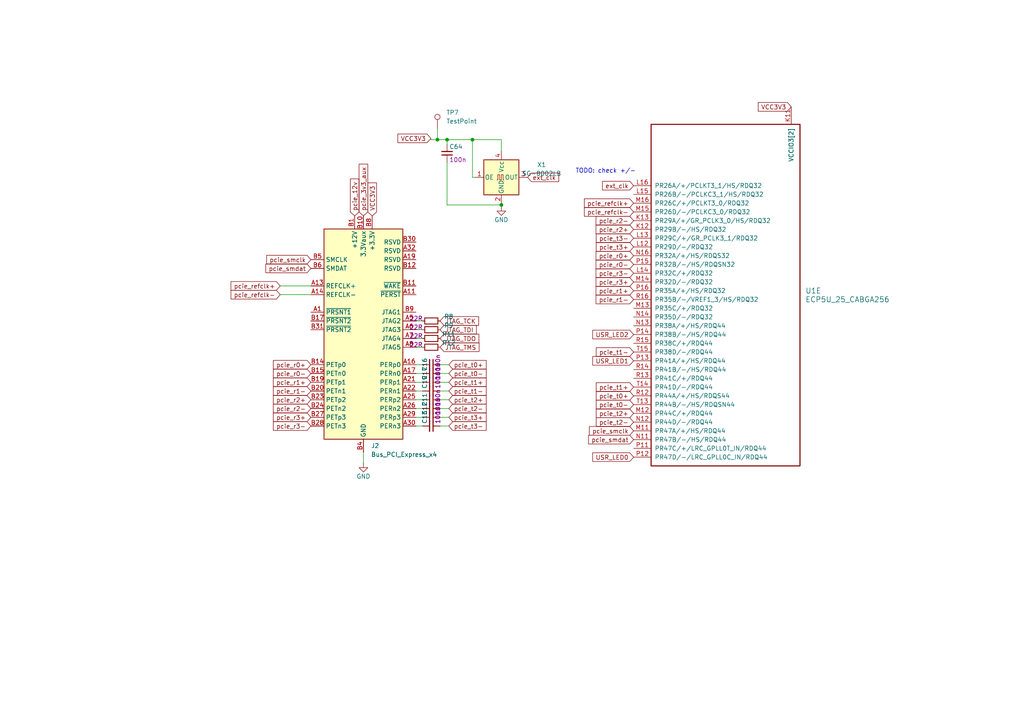
<source format=kicad_sch>
(kicad_sch (version 20230121) (generator eeschema)
  (paper "A4")
  (lib_symbols
    (symbol "Connector:Bus_PCI_Express_x4"
      (property "Reference" "J" (at -8.89 33.02 0))
      (property "Value" "Bus_PCI_Express_x4" (at 12.7 33.02 0))
      (symbol "Bus_PCI_Express_x4_0_1"
        (rectangle (start -11.43 31.75) (end 11.43 -29.21) (stroke (width 0.254)) (fill (type background)))
      )
      (symbol "Bus_PCI_Express_x4_1_1"
        (pin passive line (at -15.24 7.62 0) (length 3.81) (name "~{PRSNT1}") (number "A1"))
        (pin passive line (at 2.54 35.56 270) (length 3.81) hide (name "+3.3V") (number "A10"))
        (pin input line (at 15.24 12.7 180) (length 3.81) (name "~{PERST}") (number "A11"))
        (pin passive line (at 0 -33.02 90) (length 3.81) hide (name "GND") (number "A12"))
        (pin input line (at -15.24 15.24 0) (length 3.81) (name "REFCLK+") (number "A13"))
        (pin input line (at -15.24 12.7 0) (length 3.81) (name "REFCLK-") (number "A14"))
        (pin passive line (at 0 -33.02 90) (length 3.81) hide (name "GND") (number "A15"))
        (pin output line (at 15.24 -7.62 180) (length 3.81) (name "PERp0") (number "A16"))
        (pin output line (at 15.24 -10.16 180) (length 3.81) (name "PERn0") (number "A17"))
        (pin passive line (at 0 -33.02 90) (length 3.81) hide (name "GND") (number "A18"))
        (pin passive line (at 15.24 22.86 180) (length 3.81) (name "RSVD") (number "A19"))
        (pin passive line (at -2.54 35.56 270) (length 3.81) hide (name "+12V") (number "A2"))
        (pin passive line (at 0 -33.02 90) (length 3.81) hide (name "GND") (number "A20"))
        (pin output line (at 15.24 -12.7 180) (length 3.81) (name "PERp1") (number "A21"))
        (pin output line (at 15.24 -15.24 180) (length 3.81) (name "PERn1") (number "A22"))
        (pin passive line (at 0 -33.02 90) (length 3.81) hide (name "GND") (number "A23"))
        (pin passive line (at 0 -33.02 90) (length 3.81) hide (name "GND") (number "A24"))
        (pin output line (at 15.24 -17.78 180) (length 3.81) (name "PERp2") (number "A25"))
        (pin output line (at 15.24 -20.32 180) (length 3.81) (name "PERn2") (number "A26"))
        (pin passive line (at 0 -33.02 90) (length 3.81) hide (name "GND") (number "A27"))
        (pin passive line (at 0 -33.02 90) (length 3.81) hide (name "GND") (number "A28"))
        (pin output line (at 15.24 -22.86 180) (length 3.81) (name "PERp3") (number "A29"))
        (pin passive line (at -2.54 35.56 270) (length 3.81) hide (name "+12V") (number "A3"))
        (pin output line (at 15.24 -25.4 180) (length 3.81) (name "PERn3") (number "A30"))
        (pin passive line (at 0 -33.02 90) (length 3.81) hide (name "GND") (number "A31"))
        (pin passive line (at 15.24 25.4 180) (length 3.81) (name "RSVD") (number "A32"))
        (pin passive line (at 0 -33.02 90) (length 3.81) hide (name "GND") (number "A4"))
        (pin input line (at 15.24 5.08 180) (length 3.81) (name "JTAG2") (number "A5"))
        (pin input line (at 15.24 2.54 180) (length 3.81) (name "JTAG3") (number "A6"))
        (pin output line (at 15.24 0 180) (length 3.81) (name "JTAG4") (number "A7"))
        (pin input line (at 15.24 -2.54 180) (length 3.81) (name "JTAG5") (number "A8"))
        (pin passive line (at 2.54 35.56 270) (length 3.81) hide (name "+3.3V") (number "A9"))
        (pin power_in line (at -2.54 35.56 270) (length 3.81) (name "+12V") (number "B1"))
        (pin power_in line (at 0 35.56 270) (length 3.81) (name "3.3Vaux") (number "B10"))
        (pin open_collector line (at 15.24 15.24 180) (length 3.81) (name "~{WAKE}") (number "B11"))
        (pin passive line (at 15.24 20.32 180) (length 3.81) (name "RSVD") (number "B12"))
        (pin passive line (at 0 -33.02 90) (length 3.81) hide (name "GND") (number "B13"))
        (pin input line (at -15.24 -7.62 0) (length 3.81) (name "PETp0") (number "B14"))
        (pin input line (at -15.24 -10.16 0) (length 3.81) (name "PETn0") (number "B15"))
        (pin passive line (at 0 -33.02 90) (length 3.81) hide (name "GND") (number "B16"))
        (pin passive line (at -15.24 5.08 0) (length 3.81) (name "~{PRSNT2}") (number "B17"))
        (pin passive line (at 0 -33.02 90) (length 3.81) hide (name "GND") (number "B18"))
        (pin input line (at -15.24 -12.7 0) (length 3.81) (name "PETp1") (number "B19"))
        (pin passive line (at -2.54 35.56 270) (length 3.81) hide (name "+12V") (number "B2"))
        (pin input line (at -15.24 -15.24 0) (length 3.81) (name "PETn1") (number "B20"))
        (pin passive line (at 0 -33.02 90) (length 3.81) hide (name "GND") (number "B21"))
        (pin passive line (at 0 -33.02 90) (length 3.81) hide (name "GND") (number "B22"))
        (pin input line (at -15.24 -17.78 0) (length 3.81) (name "PETp2") (number "B23"))
        (pin input line (at -15.24 -20.32 0) (length 3.81) (name "PETn2") (number "B24"))
        (pin passive line (at 0 -33.02 90) (length 3.81) hide (name "GND") (number "B25"))
        (pin passive line (at 0 -33.02 90) (length 3.81) hide (name "GND") (number "B26"))
        (pin input line (at -15.24 -22.86 0) (length 3.81) (name "PETp3") (number "B27"))
        (pin input line (at -15.24 -25.4 0) (length 3.81) (name "PETn3") (number "B28"))
        (pin passive line (at 0 -33.02 90) (length 3.81) hide (name "GND") (number "B29"))
        (pin passive line (at -2.54 35.56 270) (length 3.81) hide (name "+12V") (number "B3"))
        (pin passive line (at 15.24 27.94 180) (length 3.81) (name "RSVD") (number "B30"))
        (pin passive line (at -15.24 2.54 0) (length 3.81) (name "~{PRSNT2}") (number "B31"))
        (pin passive line (at 0 -33.02 90) (length 3.81) hide (name "GND") (number "B32"))
        (pin power_in line (at 0 -33.02 90) (length 3.81) (name "GND") (number "B4"))
        (pin input line (at -15.24 22.86 0) (length 3.81) (name "SMCLK") (number "B5"))
        (pin bidirectional line (at -15.24 20.32 0) (length 3.81) (name "SMDAT") (number "B6"))
        (pin passive line (at 0 -33.02 90) (length 3.81) hide (name "GND") (number "B7"))
        (pin power_in line (at 2.54 35.56 270) (length 3.81) (name "+3.3V") (number "B8"))
        (pin input line (at 15.24 7.62 180) (length 3.81) (name "JTAG1") (number "B9"))
      )
    )
    (symbol "Connector:TestPoint" (pin_numbers hide) (pin_names (offset 0.762) hide)
      (property "Reference" "TP" (at 0 6.858 0))
      (property "Value" "TestPoint" (at 0 5.08 0))
      (symbol "TestPoint_0_1"
        (circle (center 0 3.302) (radius 0.762))
      )
      (symbol "TestPoint_1_1"
        (pin passive line (at 0 0 90) (length 2.54) (name "1") (number "1"))
      )
    )
    (symbol "Oscillator:SG-8002LB" (pin_names (offset 0.254))
      (property "Reference" "X" (at -5.08 6.35 0))
      (property "Value" "SG-8002LB" (at 1.27 -6.35 0))
      (symbol "SG-8002LB_0_1"
        (rectangle (start -5.08 5.08) (end 5.08 -5.08) (stroke (width 0.254)) (fill (type background)))
        (polyline (pts (xy -1.27 -0.762) (xy -1.016 -0.762) (xy -1.016 0.762) (xy -0.508 0.762) (xy -0.508 -0.762) (xy 0 -0.762) (xy 0 0.762) (xy 0.508 0.762) (xy 0.508 -0.762) (xy 0.762 -0.762)))
      )
      (symbol "SG-8002LB_1_1"
        (pin input line (at -7.62 0 0) (length 2.54) (name "OE") (number "1"))
        (pin power_in line (at 0 -7.62 90) (length 2.54) (name "GND") (number "2"))
        (pin output line (at 7.62 0 180) (length 2.54) (name "OUT") (number "3"))
        (pin power_in line (at 0 7.62 270) (length 2.54) (name "Vcc") (number "4"))
      )
    )
    (symbol "R_22R_0402_2" (pin_numbers hide) (pin_names hide)
      (property "Reference" "R" (at 20.32 -5.08 0))
      (property "Val" "22R" (at 20.32 -7.62 0))
      (symbol "R_22R_0402_2_0_1"
        (rectangle (start 0.635 0.889) (end 4.445 -0.889) (stroke (width 0.254)))
      )
      (symbol "R_22R_0402_2_1_1"
        (pin passive line (at 0 0 0) (length 0.635) (name "~") (number "1"))
        (pin passive line (at 5.08 0 180) (length 0.635) (name "~") (number "2"))
      )
    )
    (symbol "R_22R_0402_3" (pin_numbers hide) (pin_names hide)
      (property "Reference" "R" (at 20.32 -5.08 0))
      (property "Val" "22R" (at 20.32 -7.62 0))
      (symbol "R_22R_0402_3_0_1"
        (rectangle (start 0.635 0.889) (end 4.445 -0.889) (stroke (width 0.254)))
      )
      (symbol "R_22R_0402_3_1_1"
        (pin passive line (at 0 0 0) (length 0.635) (name "~") (number "1"))
        (pin passive line (at 5.08 0 180) (length 0.635) (name "~") (number "2"))
      )
    )
    (symbol "R_22R_0402_4" (pin_numbers hide) (pin_names hide)
      (property "Reference" "R" (at 20.32 -5.08 0))
      (property "Val" "22R" (at 20.32 -7.62 0))
      (symbol "R_22R_0402_4_0_1"
        (rectangle (start 0.635 0.889) (end 4.445 -0.889) (stroke (width 0.254)))
      )
      (symbol "R_22R_0402_4_1_1"
        (pin passive line (at 0 0 0) (length 0.635) (name "~") (number "1"))
        (pin passive line (at 5.08 0 180) (length 0.635) (name "~") (number "2"))
      )
    )
    (symbol "R_22R_0402_5" (pin_numbers hide) (pin_names hide)
      (property "Reference" "R" (at 20.32 -5.08 0))
      (property "Val" "22R" (at 20.32 -7.62 0))
      (symbol "R_22R_0402_5_0_1"
        (rectangle (start 0.635 0.889) (end 4.445 -0.889) (stroke (width 0.254)))
      )
      (symbol "R_22R_0402_5_1_1"
        (pin passive line (at 0 0 0) (length 0.635) (name "~") (number "1"))
        (pin passive line (at 5.08 0 180) (length 0.635) (name "~") (number "2"))
      )
    )
    (symbol "antmicroCapacitorsmisc:C_100n_6V3_0402" (pin_numbers hide) (pin_names hide)
      (property "Reference" "C" (at 20.32 -5.08 0))
      (property "Val" "100n" (at 20.32 -7.62 0))
      (symbol "C_100n_6V3_0402_0_1"
        (polyline (pts (xy 2.032 -1.524) (xy 2.032 1.524)) (stroke (width 0.3048)))
        (polyline (pts (xy 3.048 -1.524) (xy 3.048 1.524)) (stroke (width 0.3302)))
      )
      (symbol "C_100n_6V3_0402_1_1"
        (pin passive line (at 0 0 0) (length 2.032) (name "~") (number "1"))
        (pin passive line (at 5.08 0 180) (length 2.032) (name "~") (number "2"))
      )
    )
    (symbol "antmicropower:GND" (power) (pin_numbers hide) (pin_names hide)
      (property "Value" "GND" (at 8.89 -5.08 0))
      (symbol "GND_1_1"
        (polyline (pts (xy 0 0) (xy 0 -1.27) (xy 1.27 -1.27) (xy 0 -2.54) (xy -1.27 -1.27) (xy 0 -1.27)))
        (pin power_in line (at 0 0 270) (length 0) (name "GND") (number "1"))
      )
    )
    (symbol "nf_ecp5:ECP5U_25_CABGA256" (pin_names (offset 1.016))
      (property "Reference" "U" (at 3.81 6.35 0))
      (property "Value" "ECP5U_25_CABGA256" (at 3.81 3.81 0))
      (symbol "ECP5U_25_CABGA256_1_1"
        (rectangle (start 5.08 17.78) (end 12.7 -10.16) (stroke (width 0.3048)))
        (pin power_in line (at 7.62 -15.24 90) (length 5.08) (name "GND[27]") (number "A1"))
        (pin power_in line (at 7.62 -15.24 90) (length 5.08) (name "GND[27]") (number "A16"))
        (pin power_in line (at 7.62 -15.24 90) (length 5.08) (name "GND[27]") (number "D15"))
        (pin power_in line (at 7.62 -15.24 90) (length 5.08) (name "GND[27]") (number "D2"))
        (pin power_in line (at 7.62 -15.24 90) (length 5.08) (name "GND[27]") (number "F8"))
        (pin power_in line (at 7.62 -15.24 90) (length 5.08) (name "GND[27]") (number "F9"))
        (pin power_in line (at 7.62 -15.24 90) (length 5.08) (name "GND[27]") (number "G10"))
        (pin power_in line (at 7.62 22.86 270) (length 5.08) (name "VCCAUX[2]") (number "G11"))
        (pin power_in line (at 10.16 22.86 270) (length 5.08) (name "VCC[6]") (number "G6"))
        (pin power_in line (at 10.16 22.86 270) (length 5.08) (name "VCC[6]") (number "G7"))
        (pin power_in line (at 7.62 -15.24 90) (length 5.08) (name "GND[27]") (number "G8"))
        (pin power_in line (at 10.16 22.86 270) (length 5.08) (name "VCC[6]") (number "G9"))
        (pin power_in line (at 7.62 -15.24 90) (length 5.08) (name "GND[27]") (number "H1"))
        (pin power_in line (at 7.62 -15.24 90) (length 5.08) (name "GND[27]") (number "H10"))
        (pin power_in line (at 7.62 -15.24 90) (length 5.08) (name "GND[27]") (number "H16"))
        (pin power_in line (at 7.62 -15.24 90) (length 5.08) (name "GND[27]") (number "H8"))
        (pin power_in line (at 7.62 -15.24 90) (length 5.08) (name "GND[27]") (number "H9"))
        (pin power_in line (at 7.62 -15.24 90) (length 5.08) (name "GND[27]") (number "J10"))
        (pin power_in line (at 7.62 -15.24 90) (length 5.08) (name "GND[27]") (number "J8"))
        (pin power_in line (at 7.62 -15.24 90) (length 5.08) (name "GND[27]") (number "J9"))
        (pin power_in line (at 7.62 -15.24 90) (length 5.08) (name "GND[27]") (number "K10"))
        (pin power_in line (at 7.62 -15.24 90) (length 5.08) (name "GND[27]") (number "K6"))
        (pin power_in line (at 7.62 -15.24 90) (length 5.08) (name "GND[27]") (number "K7"))
        (pin power_in line (at 7.62 -15.24 90) (length 5.08) (name "GND[27]") (number "K8"))
        (pin power_in line (at 7.62 -15.24 90) (length 5.08) (name "GND[27]") (number "K9"))
        (pin power_in line (at 10.16 22.86 270) (length 5.08) (name "VCC[6]") (number "L10"))
        (pin power_in line (at 7.62 22.86 270) (length 5.08) (name "VCCAUX[2]") (number "L7"))
        (pin power_in line (at 10.16 22.86 270) (length 5.08) (name "VCC[6]") (number "L8"))
        (pin power_in line (at 10.16 22.86 270) (length 5.08) (name "VCC[6]") (number "L9"))
        (pin power_in line (at 7.62 -15.24 90) (length 5.08) (name "GND[27]") (number "N15"))
        (pin power_in line (at 7.62 -15.24 90) (length 5.08) (name "GND[27]") (number "N2"))
        (pin power_in line (at 7.62 -15.24 90) (length 5.08) (name "GND[27]") (number "T1"))
        (pin power_in line (at 7.62 -15.24 90) (length 5.08) (name "GND[27]") (number "T12"))
        (pin power_in line (at 7.62 -15.24 90) (length 5.08) (name "GND[27]") (number "T16"))
        (pin power_in line (at 7.62 -15.24 90) (length 5.08) (name "GND[27]") (number "T5"))
      )
      (symbol "ECP5U_25_CABGA256_2_1"
        (rectangle (start 5.08 17.78) (end 35.56 -60.96) (stroke (width 0.3048)))
        (pin bidirectional line (at 0 0 0) (length 5.08) (name "PT4A/+") (number "A2"))
        (pin bidirectional line (at 0 -5.08 0) (length 5.08) (name "PT6A/+") (number "A3"))
        (pin bidirectional line (at 0 -7.62 0) (length 5.08) (name "PT6B/-") (number "A4"))
        (pin bidirectional line (at 0 -30.48 0) (length 5.08) (name "PT18A/+") (number "A5"))
        (pin bidirectional line (at 0 -33.02 0) (length 5.08) (name "PT18B/-") (number "A6"))
        (pin bidirectional line (at 0 -55.88 0) (length 5.08) (name "PT29A/+/PCLKT0_0") (number "A7"))
        (pin bidirectional line (at 0 -58.42 0) (length 5.08) (name "PT29B/-/PCLKC0_0") (number "A8"))
        (pin bidirectional line (at 0 -2.54 0) (length 5.08) (name "PT4B/-") (number "B3"))
        (pin bidirectional line (at 0 -17.78 0) (length 5.08) (name "PT11B/-") (number "B4"))
        (pin bidirectional line (at 0 -27.94 0) (length 5.08) (name "PT15B/-") (number "B5"))
        (pin bidirectional line (at 0 -43.18 0) (length 5.08) (name "PT22B/-") (number "B6"))
        (pin bidirectional line (at 0 -53.34 0) (length 5.08) (name "PT27B/-/PCLKC0_1") (number "B7"))
        (pin bidirectional line (at 0 -15.24 0) (length 5.08) (name "PT11A/+") (number "C4"))
        (pin bidirectional line (at 0 -25.4 0) (length 5.08) (name "PT15A/+") (number "C5"))
        (pin bidirectional line (at 0 -40.64 0) (length 5.08) (name "PT22A/+") (number "C6"))
        (pin bidirectional line (at 0 -50.8 0) (length 5.08) (name "PT27A/+/PCLKT0_1") (number "C7"))
        (pin bidirectional line (at 0 -12.7 0) (length 5.08) (name "PT9B/-") (number "D4"))
        (pin bidirectional line (at 0 -22.86 0) (length 5.08) (name "PT13B/-") (number "D5"))
        (pin bidirectional line (at 0 -38.1 0) (length 5.08) (name "PT20B/-") (number "D6"))
        (pin bidirectional line (at 0 -48.26 0) (length 5.08) (name "PT24B/-/GR_PCLK0_0") (number "D7"))
        (pin bidirectional line (at 0 -10.16 0) (length 5.08) (name "PT9A/+") (number "E4"))
        (pin bidirectional line (at 0 -20.32 0) (length 5.08) (name "PT13A/+") (number "E5"))
        (pin bidirectional line (at 0 -35.56 0) (length 5.08) (name "PT20A/+") (number "E6"))
        (pin bidirectional line (at 0 -45.72 0) (length 5.08) (name "PT24A/+/GR_PCLK0_1") (number "E7"))
        (pin power_in line (at 33.02 22.86 270) (length 5.08) (name "VCCIO0[2]") (number "F6"))
        (pin power_in line (at 33.02 22.86 270) (length 5.08) (name "VCCIO0[2]") (number "F7"))
      )
      (symbol "ECP5U_25_CABGA256_3_1"
        (rectangle (start 5.08 17.78) (end 35.56 -81.28) (stroke (width 0.3048)))
        (pin bidirectional line (at 0 -22.86 0) (length 5.08) (name "PT42B/-") (number "A10"))
        (pin bidirectional line (at 0 -45.72 0) (length 5.08) (name "PT53A/+") (number "A11"))
        (pin bidirectional line (at 0 -48.26 0) (length 5.08) (name "PT53B/-") (number "A12"))
        (pin bidirectional line (at 0 -71.12 0) (length 5.08) (name "PT65A/+") (number "A13"))
        (pin bidirectional line (at 0 -73.66 0) (length 5.08) (name "PT65B/-") (number "A14"))
        (pin bidirectional line (at 0 -78.74 0) (length 5.08) (name "PT67B/-") (number "A15"))
        (pin bidirectional line (at 0 -20.32 0) (length 5.08) (name "PT42A/+") (number "A9"))
        (pin bidirectional line (at 0 -25.4 0) (length 5.08) (name "PT44A/+") (number "B10"))
        (pin bidirectional line (at 0 -35.56 0) (length 5.08) (name "PT49A/+") (number "B11"))
        (pin bidirectional line (at 0 -50.8 0) (length 5.08) (name "PT56A/+") (number "B12"))
        (pin bidirectional line (at 0 -60.96 0) (length 5.08) (name "PT60A/+") (number "B13"))
        (pin bidirectional line (at 0 -76.2 0) (length 5.08) (name "PT67A/+") (number "B14"))
        (pin bidirectional line (at 0 -7.62 0) (length 5.08) (name "PT35B/-/PCLKC1_0") (number "B8"))
        (pin bidirectional line (at 0 -10.16 0) (length 5.08) (name "PT38A/+/GR_PCLK1_0") (number "B9"))
        (pin bidirectional line (at 0 -27.94 0) (length 5.08) (name "PT44B/-") (number "C10"))
        (pin bidirectional line (at 0 -38.1 0) (length 5.08) (name "PT49B/-") (number "C11"))
        (pin bidirectional line (at 0 -53.34 0) (length 5.08) (name "PT56B/-") (number "C12"))
        (pin bidirectional line (at 0 -63.5 0) (length 5.08) (name "PT60B/-") (number "C13"))
        (pin bidirectional line (at 0 -5.08 0) (length 5.08) (name "PT35A/+/PCLKT1_0") (number "C8"))
        (pin bidirectional line (at 0 -12.7 0) (length 5.08) (name "PT38B/-/GR_PCLK1_1") (number "C9"))
        (pin bidirectional line (at 0 -30.48 0) (length 5.08) (name "PT47A/+") (number "D10"))
        (pin bidirectional line (at 0 -40.64 0) (length 5.08) (name "PT51A/+") (number "D11"))
        (pin bidirectional line (at 0 -55.88 0) (length 5.08) (name "PT58A/+") (number "D12"))
        (pin bidirectional line (at 0 -66.04 0) (length 5.08) (name "PT62A/+") (number "D13"))
        (pin bidirectional line (at 0 -2.54 0) (length 5.08) (name "PT33B/-/PCLKC1_1") (number "D8"))
        (pin bidirectional line (at 0 -15.24 0) (length 5.08) (name "PT40A/+") (number "D9"))
        (pin bidirectional line (at 0 -33.02 0) (length 5.08) (name "PT47B/-") (number "E10"))
        (pin bidirectional line (at 0 -43.18 0) (length 5.08) (name "PT51B/-") (number "E11"))
        (pin bidirectional line (at 0 -58.42 0) (length 5.08) (name "PT58B/-") (number "E12"))
        (pin bidirectional line (at 0 -68.58 0) (length 5.08) (name "PT62B/-") (number "E13"))
        (pin bidirectional line (at 0 0 0) (length 5.08) (name "PT33A/+/PCLKT1_1") (number "E8"))
        (pin bidirectional line (at 0 -17.78 0) (length 5.08) (name "PT40B/-") (number "E9"))
        (pin power_in line (at 33.02 22.86 270) (length 5.08) (name "VCCIO1[2]") (number "F10"))
        (pin power_in line (at 33.02 22.86 270) (length 5.08) (name "VCCIO1[2]") (number "F11"))
      )
      (symbol "ECP5U_25_CABGA256_4_1"
        (rectangle (start 5.08 17.78) (end 48.26 -81.28) (stroke (width 0.3048)))
        (pin bidirectional line (at 0 -2.54 0) (length 5.08) (name "PR2B/-/S0_IN/HS/RDQ8") (number "B15"))
        (pin bidirectional line (at 0 0 0) (length 5.08) (name "PR2A/+/HS/RDQ8") (number "B16"))
        (pin bidirectional line (at 0 -5.08 0) (length 5.08) (name "PR2C/+/RDQ8") (number "C14"))
        (pin bidirectional line (at 0 -12.7 0) (length 5.08) (name "PR5B/-/HS/RDQ8") (number "C15"))
        (pin bidirectional line (at 0 -10.16 0) (length 5.08) (name "PR5A/+/HS/RDQ8") (number "C16"))
        (pin bidirectional line (at 0 -7.62 0) (length 5.08) (name "PR2D/-/RDQ8") (number "D14"))
        (pin bidirectional line (at 0 -20.32 0) (length 5.08) (name "PR8A/+/HS/RDQS8") (number "D16"))
        (pin bidirectional line (at 0 -15.24 0) (length 5.08) (name "PR5C/+/RDQ8") (number "E14"))
        (pin bidirectional line (at 0 -22.86 0) (length 5.08) (name "PR8B/-/HS/RDQSN8") (number "E15"))
        (pin bidirectional line (at 0 -38.1 0) (length 5.08) (name "PR11D/-/RDQ8") (number "E16"))
        (pin bidirectional line (at 0 -27.94 0) (length 5.08) (name "PR8D/-/RDQ8") (number "F12"))
        (pin bidirectional line (at 0 -25.4 0) (length 5.08) (name "PR8C/+/RDQ8") (number "F13"))
        (pin bidirectional line (at 0 -17.78 0) (length 5.08) (name "PR5D/-/RDQ8") (number "F14"))
        (pin bidirectional line (at 0 -35.56 0) (length 5.08) (name "PR11C/+/RDQ8") (number "F15"))
        (pin bidirectional line (at 0 -40.64 0) (length 5.08) (name "PR14A/+/HS/RDQ20") (number "F16"))
        (pin bidirectional line (at 0 -30.48 0) (length 5.08) (name "PR11A/+/HS/RDQ8") (number "G12"))
        (pin bidirectional line (at 0 -33.02 0) (length 5.08) (name "PR11B/-/HS/RDQ8") (number "G13"))
        (pin bidirectional line (at 0 -45.72 0) (length 5.08) (name "PR14C/+/VREF1_2/RDQ20") (number "G14"))
        (pin bidirectional line (at 0 -43.18 0) (length 5.08) (name "PR14B/-/HS/RDQ20") (number "G15"))
        (pin bidirectional line (at 0 -60.96 0) (length 5.08) (name "PR20A/+/GR_PCLK2_1/HS/RDQS20") (number "G16"))
        (pin power_in line (at 45.72 22.86 270) (length 5.08) (name "VCCIO2[2]") (number "H11"))
        (pin bidirectional line (at 0 -50.8 0) (length 5.08) (name "PR17A/+/HS/RDQ20") (number "H12"))
        (pin bidirectional line (at 0 -53.34 0) (length 5.08) (name "PR17B/-/HS/RDQ20") (number "H13"))
        (pin bidirectional line (at 0 -48.26 0) (length 5.08) (name "PR14D/-/RDQ20") (number "H14"))
        (pin bidirectional line (at 0 -63.5 0) (length 5.08) (name "PR20B/-/HS/RDQSN20") (number "H15"))
        (pin power_in line (at 45.72 22.86 270) (length 5.08) (name "VCCIO2[2]") (number "J11"))
        (pin bidirectional line (at 0 -58.42 0) (length 5.08) (name "PR17D/-/RDQ20") (number "J12"))
        (pin bidirectional line (at 0 -55.88 0) (length 5.08) (name "PR17C/+/RDQ20") (number "J13"))
        (pin bidirectional line (at 0 -66.04 0) (length 5.08) (name "PR20C/+/GR_PCLK2_0/RDQ20") (number "J14"))
        (pin bidirectional line (at 0 -73.66 0) (length 5.08) (name "PR23B/-/PCLKC2_1/HS/RDQ20") (number "J15"))
        (pin bidirectional line (at 0 -71.12 0) (length 5.08) (name "PR23A/+/PCLKT2_1/HS/RDQ20") (number "J16"))
        (pin bidirectional line (at 0 -68.58 0) (length 5.08) (name "PR20D/-/RDQ20") (number "K14"))
        (pin bidirectional line (at 0 -78.74 0) (length 5.08) (name "PR23D/-/PCLKC2_0/RDQ20") (number "K15"))
        (pin bidirectional line (at 0 -76.2 0) (length 5.08) (name "PR23C/+/PCLKT2_0/RDQ20") (number "K16"))
      )
      (symbol "ECP5U_25_CABGA256_5_1"
        (rectangle (start 5.08 17.78) (end 48.26 -81.28) (stroke (width 0.3048)))
        (pin power_in line (at 45.72 22.86 270) (length 5.08) (name "VCCIO3[2]") (number "K11"))
        (pin bidirectional line (at 0 -12.7 0) (length 5.08) (name "PR29B/-/HS/RDQ32") (number "K12"))
        (pin bidirectional line (at 0 -10.16 0) (length 5.08) (name "PR29A/+/GR_PCLK3_0/HS/RDQ32") (number "K13"))
        (pin power_in line (at 45.72 22.86 270) (length 5.08) (name "VCCIO3[2]") (number "L11"))
        (pin bidirectional line (at 0 -17.78 0) (length 5.08) (name "PR29D/-/RDQ32") (number "L12"))
        (pin bidirectional line (at 0 -15.24 0) (length 5.08) (name "PR29C/+/GR_PCLK3_1/RDQ32") (number "L13"))
        (pin bidirectional line (at 0 -25.4 0) (length 5.08) (name "PR32C/+/RDQ32") (number "L14"))
        (pin bidirectional line (at 0 -2.54 0) (length 5.08) (name "PR26B/-/PCLKC3_1/HS/RDQ32") (number "L15"))
        (pin bidirectional line (at 0 0 0) (length 5.08) (name "PR26A/+/PCLKT3_1/HS/RDQ32") (number "L16"))
        (pin bidirectional line (at 0 -71.12 0) (length 5.08) (name "PR47A/+/HS/RDQ44") (number "M11"))
        (pin bidirectional line (at 0 -66.04 0) (length 5.08) (name "PR44C/+/RDQ44") (number "M12"))
        (pin bidirectional line (at 0 -35.56 0) (length 5.08) (name "PR35C/+/RDQ32") (number "M13"))
        (pin bidirectional line (at 0 -27.94 0) (length 5.08) (name "PR32D/-/RDQ32") (number "M14"))
        (pin bidirectional line (at 0 -7.62 0) (length 5.08) (name "PR26D/-/PCLKC3_0/RDQ32") (number "M15"))
        (pin bidirectional line (at 0 -5.08 0) (length 5.08) (name "PR26C/+/PCLKT3_0/RDQ32") (number "M16"))
        (pin bidirectional line (at 0 -73.66 0) (length 5.08) (name "PR47B/-/HS/RDQ44") (number "N11"))
        (pin bidirectional line (at 0 -68.58 0) (length 5.08) (name "PR44D/-/RDQ44") (number "N12"))
        (pin bidirectional line (at 0 -40.64 0) (length 5.08) (name "PR38A/+/HS/RDQ44") (number "N13"))
        (pin bidirectional line (at 0 -38.1 0) (length 5.08) (name "PR35D/-/RDQ32") (number "N14"))
        (pin bidirectional line (at 0 -20.32 0) (length 5.08) (name "PR32A/+/HS/RDQS32") (number "N16"))
        (pin bidirectional line (at 0 -76.2 0) (length 5.08) (name "PR47C/+/LRC_GPLL0T_IN/RDQ44") (number "P11"))
        (pin bidirectional line (at 0 -78.74 0) (length 5.08) (name "PR47D/-/LRC_GPLL0C_IN/RDQ44") (number "P12"))
        (pin bidirectional line (at 0 -50.8 0) (length 5.08) (name "PR41A/+/HS/RDQ44") (number "P13"))
        (pin bidirectional line (at 0 -43.18 0) (length 5.08) (name "PR38B/-/HS/RDQ44") (number "P14"))
        (pin bidirectional line (at 0 -22.86 0) (length 5.08) (name "PR32B/-/HS/RDQSN32") (number "P15"))
        (pin bidirectional line (at 0 -30.48 0) (length 5.08) (name "PR35A/+/HS/RDQ32") (number "P16"))
        (pin bidirectional line (at 0 -60.96 0) (length 5.08) (name "PR44A/+/HS/RDQS44") (number "R12"))
        (pin bidirectional line (at 0 -55.88 0) (length 5.08) (name "PR41C/+/RDQ44") (number "R13"))
        (pin bidirectional line (at 0 -53.34 0) (length 5.08) (name "PR41B/-/HS/RDQ44") (number "R14"))
        (pin bidirectional line (at 0 -45.72 0) (length 5.08) (name "PR38C/+/RDQ44") (number "R15"))
        (pin bidirectional line (at 0 -33.02 0) (length 5.08) (name "PR35B/-/VREF1_3/HS/RDQ32") (number "R16"))
        (pin bidirectional line (at 0 -63.5 0) (length 5.08) (name "PR44B/-/HS/RDQSN44") (number "T13"))
        (pin bidirectional line (at 0 -58.42 0) (length 5.08) (name "PR41D/-/RDQ44") (number "T14"))
        (pin bidirectional line (at 0 -48.26 0) (length 5.08) (name "PR38D/-/RDQ44") (number "T15"))
      )
      (symbol "ECP5U_25_CABGA256_6_1"
        (rectangle (start 5.08 17.78) (end 48.26 -81.28) (stroke (width 0.3048)))
        (pin power_in line (at 45.72 22.86 270) (length 5.08) (name "VCCIO6[2]") (number "J6"))
        (pin power_in line (at 45.72 22.86 270) (length 5.08) (name "VCCIO6[2]") (number "J7"))
        (pin bidirectional line (at 0 -10.16 0) (length 5.08) (name "PL29A/+/GR_PCLK6_0/HS/LDQ32") (number "K4"))
        (pin bidirectional line (at 0 -12.7 0) (length 5.08) (name "PL29B/-/HS/LDQ32") (number "K5"))
        (pin bidirectional line (at 0 0 0) (length 5.08) (name "PL26A/+/PCLKT6_1/HS/LDQ32") (number "L1"))
        (pin bidirectional line (at 0 -2.54 0) (length 5.08) (name "PL26B/-/PCLKC6_1/HS/LDQ32") (number "L2"))
        (pin bidirectional line (at 0 -25.4 0) (length 5.08) (name "PL32C/+/LDQ32") (number "L3"))
        (pin bidirectional line (at 0 -15.24 0) (length 5.08) (name "PL29C/+/GR_PCLK6_1/LDQ32") (number "L4"))
        (pin bidirectional line (at 0 -17.78 0) (length 5.08) (name "PL29D/-/LDQ32") (number "L5"))
        (pin bidirectional line (at 0 -5.08 0) (length 5.08) (name "PL26C/+/PCLKT6_0/LDQ32") (number "M1"))
        (pin bidirectional line (at 0 -7.62 0) (length 5.08) (name "PL26D/-/PCLKC6_0/LDQ32") (number "M2"))
        (pin bidirectional line (at 0 -27.94 0) (length 5.08) (name "PL32D/-/LDQ32") (number "M3"))
        (pin bidirectional line (at 0 -35.56 0) (length 5.08) (name "PL35C/+/LDQ32") (number "M4"))
        (pin bidirectional line (at 0 -66.04 0) (length 5.08) (name "PL44C/+/LDQ44") (number "M5"))
        (pin bidirectional line (at 0 -71.12 0) (length 5.08) (name "PL47A/+/HS/LDQ44") (number "M6"))
        (pin bidirectional line (at 0 -20.32 0) (length 5.08) (name "PL32A/+/HS/LDQS32") (number "N1"))
        (pin bidirectional line (at 0 -38.1 0) (length 5.08) (name "PL35D/-/LDQ32") (number "N3"))
        (pin bidirectional line (at 0 -40.64 0) (length 5.08) (name "PL38A/+/HS/LDQ44") (number "N4"))
        (pin bidirectional line (at 0 -68.58 0) (length 5.08) (name "PL44D/-/LDQ44") (number "N5"))
        (pin bidirectional line (at 0 -73.66 0) (length 5.08) (name "PL47B/-/HS/LDQ44") (number "N6"))
        (pin bidirectional line (at 0 -30.48 0) (length 5.08) (name "PL35A/+/HS/LDQ32") (number "P1"))
        (pin bidirectional line (at 0 -22.86 0) (length 5.08) (name "PL32B/-/HS/LDQSN32") (number "P2"))
        (pin bidirectional line (at 0 -43.18 0) (length 5.08) (name "PL38B/-/HS/LDQ44") (number "P3"))
        (pin bidirectional line (at 0 -50.8 0) (length 5.08) (name "PL41A/+/HS/LDQ44") (number "P4"))
        (pin bidirectional line (at 0 -78.74 0) (length 5.08) (name "PL47D/-/LLC_GPLL0C_IN/LDQ44") (number "P5"))
        (pin bidirectional line (at 0 -76.2 0) (length 5.08) (name "PL47C/+/LLC_GPLL0T_IN/LDQ44") (number "P6"))
        (pin bidirectional line (at 0 -33.02 0) (length 5.08) (name "PL35B/-/VREF1_6/HS/LDQ32") (number "R1"))
        (pin bidirectional line (at 0 -45.72 0) (length 5.08) (name "PL38C/+/LDQ44") (number "R2"))
        (pin bidirectional line (at 0 -53.34 0) (length 5.08) (name "PL41B/-/HS/LDQ44") (number "R3"))
        (pin bidirectional line (at 0 -55.88 0) (length 5.08) (name "PL41C/+/LDQ44") (number "R4"))
        (pin bidirectional line (at 0 -60.96 0) (length 5.08) (name "PL44A/+/HS/LDQS44") (number "R5"))
        (pin bidirectional line (at 0 -48.26 0) (length 5.08) (name "PL38D/-/LDQ44") (number "T2"))
        (pin bidirectional line (at 0 -58.42 0) (length 5.08) (name "PL41D/-/LDQ44") (number "T3"))
        (pin bidirectional line (at 0 -63.5 0) (length 5.08) (name "PL44B/-/HS/LDQSN44") (number "T4"))
      )
      (symbol "ECP5U_25_CABGA256_7_1"
        (rectangle (start 5.08 17.78) (end 48.26 -81.28) (stroke (width 0.3048)))
        (pin bidirectional line (at 0 0 0) (length 5.08) (name "PL2A/+/HS/LDQ8") (number "B1"))
        (pin bidirectional line (at 0 -2.54 0) (length 5.08) (name "PL2B/-/HS/LDQ8") (number "B2"))
        (pin bidirectional line (at 0 -10.16 0) (length 5.08) (name "PL5A/+/HS/LDQ8") (number "C1"))
        (pin bidirectional line (at 0 -12.7 0) (length 5.08) (name "PL5B/-/HS/LDQ8") (number "C2"))
        (pin bidirectional line (at 0 -5.08 0) (length 5.08) (name "PL2C/+/LDQ8") (number "C3"))
        (pin bidirectional line (at 0 -20.32 0) (length 5.08) (name "PL8A/+/HS/LDQS8") (number "D1"))
        (pin bidirectional line (at 0 -7.62 0) (length 5.08) (name "PL2D/-/LDQ8") (number "D3"))
        (pin bidirectional line (at 0 -38.1 0) (length 5.08) (name "PL11D/-/LDQ8") (number "E1"))
        (pin bidirectional line (at 0 -22.86 0) (length 5.08) (name "PL8B/-/HS/LDQSN8") (number "E2"))
        (pin bidirectional line (at 0 -15.24 0) (length 5.08) (name "PL5C/+/LDQ8") (number "E3"))
        (pin bidirectional line (at 0 -40.64 0) (length 5.08) (name "PL14A/+/HS/LDQ20") (number "F1"))
        (pin bidirectional line (at 0 -35.56 0) (length 5.08) (name "PL11C/+/LDQ8") (number "F2"))
        (pin bidirectional line (at 0 -17.78 0) (length 5.08) (name "PL5D/-/LDQ8") (number "F3"))
        (pin bidirectional line (at 0 -25.4 0) (length 5.08) (name "PL8C/+/LDQ8") (number "F4"))
        (pin bidirectional line (at 0 -27.94 0) (length 5.08) (name "PL8D/-/LDQ8") (number "F5"))
        (pin bidirectional line (at 0 -60.96 0) (length 5.08) (name "PL20A/+/GR_PCLK7_1/HS/LDQS20") (number "G1"))
        (pin bidirectional line (at 0 -43.18 0) (length 5.08) (name "PL14B/-/HS/LDQ20") (number "G2"))
        (pin bidirectional line (at 0 -45.72 0) (length 5.08) (name "PL14C/+/VREF1_7/LDQ20") (number "G3"))
        (pin bidirectional line (at 0 -33.02 0) (length 5.08) (name "PL11B/-/HS/LDQ8") (number "G4"))
        (pin bidirectional line (at 0 -30.48 0) (length 5.08) (name "PL11A/+/HS/LDQ8") (number "G5"))
        (pin bidirectional line (at 0 -63.5 0) (length 5.08) (name "PL20B/-/HS/LDQSN20") (number "H2"))
        (pin bidirectional line (at 0 -48.26 0) (length 5.08) (name "PL14D/-/LDQ20") (number "H3"))
        (pin bidirectional line (at 0 -53.34 0) (length 5.08) (name "PL17B/-/HS/LDQ20") (number "H4"))
        (pin bidirectional line (at 0 -50.8 0) (length 5.08) (name "PL17A/+/HS/LDQ20") (number "H5"))
        (pin power_in line (at 45.72 22.86 270) (length 5.08) (name "VCCIO7[2]") (number "H6"))
        (pin power_in line (at 45.72 22.86 270) (length 5.08) (name "VCCIO7[2]") (number "H7"))
        (pin bidirectional line (at 0 -71.12 0) (length 5.08) (name "PL23A/+/PCLKT7_1/HS/LDQ20") (number "J1"))
        (pin bidirectional line (at 0 -73.66 0) (length 5.08) (name "PL23B/-/PCLKC7_1/HS/LDQ20") (number "J2"))
        (pin bidirectional line (at 0 -66.04 0) (length 5.08) (name "PL20C/+/GR_PCLK7_0/LDQ20") (number "J3"))
        (pin bidirectional line (at 0 -55.88 0) (length 5.08) (name "PL17C/+/LDQ20") (number "J4"))
        (pin bidirectional line (at 0 -58.42 0) (length 5.08) (name "PL17D/-/LDQ20") (number "J5"))
        (pin bidirectional line (at 0 -76.2 0) (length 5.08) (name "PL23C/+/PCLKT7_0/LDQ20") (number "K1"))
        (pin bidirectional line (at 0 -78.74 0) (length 5.08) (name "PL23D/-/PCLKC7_0/LDQ20") (number "K2"))
        (pin bidirectional line (at 0 -68.58 0) (length 5.08) (name "PL20D/-/LDQ20") (number "K3"))
      )
      (symbol "ECP5U_25_CABGA256_8_1"
        (rectangle (start 5.08 12.7) (end 53.34 -50.8) (stroke (width 0.3048)))
        (pin power_in line (at 50.8 17.78 270) (length 5.08) (name "VCCIO8") (number "L6"))
        (pin bidirectional line (at 0 -27.94 0) (length 5.08) (name "PB9B/-/D2/IO2") (number "M7"))
        (pin bidirectional line (at 0 -43.18 0) (length 5.08) (name "PB15B/-/DOUT/CSON") (number "M8"))
        (pin bidirectional line (at 0 -45.72 0) (length 5.08) (name "PB18A/WRITEN") (number "M9"))
        (pin bidirectional line (at 0 -2.54 0) (length 5.08) (name "CFG_0") (number "N10"))
        (pin bidirectional line (at 0 -25.4 0) (length 5.08) (name "PB9A/+/D3/IO3") (number "N7"))
        (pin bidirectional line (at 0 -40.64 0) (length 5.08) (name "PB15A/+/HOLDN/DI/BUSY/CSSPIN/CEN") (number "N8"))
        (pin bidirectional line (at 0 0 0) (length 5.08) (name "CCLK/MCLK/SCK") (number "N9"))
        (pin bidirectional line (at 0 -5.08 0) (length 5.08) (name "CFG_1") (number "P10"))
        (pin bidirectional line (at 0 -22.86 0) (length 5.08) (name "PB6B/-/D4/MOSI2/IO4") (number "P7"))
        (pin bidirectional line (at 0 -38.1 0) (length 5.08) (name "PB13B/-/CS1N") (number "P8"))
        (pin bidirectional line (at 0 -10.16 0) (length 5.08) (name "DONE") (number "P9"))
        (pin bidirectional line (at 0 -7.62 0) (length 5.08) (name "CFG_2") (number "R10"))
        (pin bidirectional line (at 0 -17.78 0) (length 5.08) (name "PB4B/-/D6/IO6") (number "R6"))
        (pin bidirectional line (at 0 -20.32 0) (length 5.08) (name "PB6A/+/D5/MISO2/IO5") (number "R7"))
        (pin bidirectional line (at 0 -35.56 0) (length 5.08) (name "PB13A/+/SN/CSN") (number "R8"))
        (pin bidirectional line (at 0 -48.26 0) (length 5.08) (name "PROGRAMN") (number "R9"))
        (pin bidirectional line (at 0 -15.24 0) (length 5.08) (name "PB4A/+/D7/IO7") (number "T6"))
        (pin bidirectional line (at 0 -30.48 0) (length 5.08) (name "PB11A/+/D1/MISO/IO1") (number "T7"))
        (pin bidirectional line (at 0 -33.02 0) (length 5.08) (name "PB11B/-/D0/MOSI/IO0") (number "T8"))
        (pin bidirectional line (at 0 -12.7 0) (length 5.08) (name "INITN") (number "T9"))
      )
      (symbol "ECP5U_25_CABGA256_9_1"
        (rectangle (start 5.08 2.54) (end 12.7 -10.16) (stroke (width 0.3048)))
        (pin bidirectional line (at 0 -5.08 0) (length 5.08) (name "TDO") (number "M10"))
        (pin bidirectional line (at 0 -2.54 0) (length 5.08) (name "TDI") (number "R11"))
        (pin bidirectional line (at 0 0 0) (length 5.08) (name "TCK") (number "T10"))
        (pin bidirectional line (at 0 -7.62 0) (length 5.08) (name "TMS") (number "T11"))
      )
    )
  )
  (junction (at 145.415 59.436))
  (junction (at 137.033 40.513))
  (junction (at 129.667 40.513))
  (junction (at 126.873 40.513))
  (wire (pts (xy 126.873 40.513) (xy 124.968 40.513)))
  (wire (pts (xy 120.65 95.631) (xy 122.555 95.631)))
  (wire (pts (xy 127.635 115.951) (xy 130.175 115.951)))
  (wire (pts (xy 124.968 40.513) (xy 124.968 40.132)))
  (wire (pts (xy 127.635 110.871) (xy 130.175 110.871)))
  (wire (pts (xy 127.635 113.411) (xy 130.175 113.411)))
  (wire (pts (xy 137.033 51.435) (xy 137.033 40.513)))
  (wire (pts (xy 127.635 118.491) (xy 130.175 118.491)))
  (wire (pts (xy 120.65 110.871) (xy 122.555 110.871)))
  (wire (pts (xy 120.65 118.491) (xy 122.555 118.491)))
  (wire (pts (xy 81.28 85.4456) (xy 81.28 85.471)))
  (wire (pts (xy 120.65 105.791) (xy 122.555 105.791)))
  (wire (pts (xy 88.265 85.4456) (xy 88.265 85.471)))
  (wire (pts (xy 129.667 40.513) (xy 137.033 40.513)))
  (wire (pts (xy 129.667 41.91) (xy 129.667 40.513)))
  (wire (pts (xy 127.635 123.571) (xy 130.175 123.571)))
  (wire (pts (xy 127.635 121.031) (xy 130.175 121.031)))
  (wire (pts (xy 145.415 59.436) (xy 129.667 59.436)))
  (wire (pts (xy 129.667 59.436) (xy 129.667 46.99)))
  (wire (pts (xy 105.41 131.191) (xy 105.41 134.366)))
  (wire (pts (xy 81.28 85.4456) (xy 88.265 85.4456)))
  (wire (pts (xy 120.65 98.171) (xy 122.555 98.171)))
  (wire (pts (xy 120.65 108.331) (xy 122.555 108.331)))
  (wire (pts (xy 137.795 51.435) (xy 137.033 51.435)))
  (wire (pts (xy 88.265 85.471) (xy 90.17 85.471)))
  (wire (pts (xy 129.667 40.513) (xy 126.873 40.513)))
  (wire (pts (xy 145.415 59.436) (xy 145.415 59.944)))
  (wire (pts (xy 120.65 121.031) (xy 122.555 121.031)))
  (wire (pts (xy 120.65 93.091) (xy 122.555 93.091)))
  (wire (pts (xy 127.635 105.791) (xy 130.175 105.791)))
  (wire (pts (xy 81.28 82.931) (xy 90.17 82.931)))
  (wire (pts (xy 145.415 59.055) (xy 145.415 59.436)))
  (wire (pts (xy 145.415 40.513) (xy 145.415 43.815)))
  (wire (pts (xy 126.873 37.211) (xy 126.873 40.513)))
  (wire (pts (xy 120.65 100.711) (xy 122.555 100.711)))
  (wire (pts (xy 120.65 115.951) (xy 122.555 115.951)))
  (wire (pts (xy 137.033 40.513) (xy 145.415 40.513)))
  (wire (pts (xy 127.635 108.331) (xy 130.175 108.331)))
  (wire (pts (xy 120.65 123.571) (xy 122.555 123.571)))
  (wire (pts (xy 120.65 113.411) (xy 122.555 113.411)))
  (text "TODO: check +/-" (at 166.878 50.419 0) (effects (font (size 1.27 1.27)) (justify left bottom)))
  (global_label "pcie_r1+" (shape input) (at 183.769 84.328 180) (property "Intersheetrefs" "${INTERSHEET_REFS}" (effects hide)))
  (global_label "pcie_smclk" (shape input) (at 183.769 124.968 180) (property "Intersheetrefs" "${INTERSHEET_REFS}" (effects hide)))
  (global_label "USR_LED1" (shape input) (at 183.769 104.648 180) (property "Intersheetrefs" "${INTERSHEET_REFS}" (effects hide)))
  (global_label "pcie_r3-" (shape input) (at 183.769 79.248 180) (property "Intersheetrefs" "${INTERSHEET_REFS}" (effects hide)))
  (global_label "JTAG_TMS" (shape input) (at 127.635 100.711 0) (property "Intersheetrefs" "${INTERSHEET_REFS}" (effects hide)))
  (global_label "pcie_t0-" (shape input) (at 183.769 117.348 180) (property "Intersheetrefs" "${INTERSHEET_REFS}" (effects hide)))
  (global_label "pcie_r3-" (shape input) (at 90.17 123.571 180) (property "Intersheetrefs" "${INTERSHEET_REFS}" (effects hide)))
  (global_label "pcie_t3+" (shape input) (at 130.175 121.031 0) (property "Intersheetrefs" "${INTERSHEET_REFS}" (effects hide)))
  (global_label "pcie_r2+" (shape input) (at 90.17 115.951 180) (property "Intersheetrefs" "${INTERSHEET_REFS}" (effects hide)))
  (global_label "pcie_t1+" (shape input) (at 183.769 112.268 180) (property "Intersheetrefs" "${INTERSHEET_REFS}" (effects hide)))
  (global_label "pcie_smdat" (shape input) (at 90.17 77.851 180) (property "Intersheetrefs" "${INTERSHEET_REFS}" (effects hide)))
  (global_label "pcie_t0+" (shape input) (at 183.769 114.808 180) (property "Intersheetrefs" "${INTERSHEET_REFS}" (effects hide)))
  (global_label "pcie_refclk-" (shape input) (at 81.28 85.471 180) (property "Intersheetrefs" "${INTERSHEET_REFS}" (effects hide)))
  (global_label "pcie_r1+" (shape input) (at 90.17 110.871 180) (property "Intersheetrefs" "${INTERSHEET_REFS}" (effects hide)))
  (global_label "ext_clk" (shape input) (at 183.769 53.848 180) (property "Intersheetrefs" "${INTERSHEET_REFS}" (effects hide)))
  (global_label "VCC3V3" (shape input) (at 229.489 30.988 180) (property "Intersheetrefs" "${INTERSHEET_REFS}" (effects hide)))
  (global_label "pcie_smclk" (shape input) (at 90.17 75.311 180) (property "Intersheetrefs" "${INTERSHEET_REFS}" (effects hide)))
  (global_label "pcie_r2-" (shape input) (at 90.17 118.491 180) (property "Intersheetrefs" "${INTERSHEET_REFS}" (effects hide)))
  (global_label "pcie_r2+" (shape input) (at 183.769 66.548 180) (property "Intersheetrefs" "${INTERSHEET_REFS}" (effects hide)))
  (global_label "pcie_r0-" (shape input) (at 90.17 108.331 180) (property "Intersheetrefs" "${INTERSHEET_REFS}" (effects hide)))
  (global_label "pcie_t2-" (shape input) (at 183.769 122.428 180) (property "Intersheetrefs" "${INTERSHEET_REFS}" (effects hide)))
  (global_label "pcie_r0+" (shape input) (at 183.769 74.168 180) (property "Intersheetrefs" "${INTERSHEET_REFS}" (effects hide)))
  (global_label "USR_LED0" (shape input) (at 183.769 132.588 180) (property "Intersheetrefs" "${INTERSHEET_REFS}" (effects hide)))
  (global_label "pcie_3v3_aux" (shape input) (at 105.41 62.611 90) (property "Intersheetrefs" "${INTERSHEET_REFS}" (effects hide)))
  (global_label "pcie_t0+" (shape input) (at 130.175 105.791 0) (property "Intersheetrefs" "${INTERSHEET_REFS}" (effects hide)))
  (global_label "pcie_smdat" (shape input) (at 183.769 127.508 180) (property "Intersheetrefs" "${INTERSHEET_REFS}" (effects hide)))
  (global_label "ext_clk" (shape input) (at 153.035 51.435 0) (property "Intersheetrefs" "${INTERSHEET_REFS}" (effects hide)))
  (global_label "pcie_refclk+" (shape input) (at 183.769 58.928 180) (property "Intersheetrefs" "${INTERSHEET_REFS}" (effects hide)))
  (global_label "pcie_r1-" (shape input) (at 90.17 113.411 180) (property "Intersheetrefs" "${INTERSHEET_REFS}" (effects hide)))
  (global_label "pcie_t2+" (shape input) (at 130.175 115.951 0) (property "Intersheetrefs" "${INTERSHEET_REFS}" (effects hide)))
  (global_label "pcie_t2+" (shape input) (at 183.769 119.888 180) (property "Intersheetrefs" "${INTERSHEET_REFS}" (effects hide)))
  (global_label "pcie_r3+" (shape input) (at 183.769 81.788 180) (property "Intersheetrefs" "${INTERSHEET_REFS}" (effects hide)))
  (global_label "pcie_t3+" (shape input) (at 183.769 71.628 180) (property "Intersheetrefs" "${INTERSHEET_REFS}" (effects hide)))
  (global_label "pcie_r2-" (shape input) (at 183.769 64.008 180) (property "Intersheetrefs" "${INTERSHEET_REFS}" (effects hide)))
  (global_label "pcie_t1-" (shape input) (at 183.769 102.108 180) (property "Intersheetrefs" "${INTERSHEET_REFS}" (effects hide)))
  (global_label "pcie_r1-" (shape input) (at 183.769 86.868 180) (property "Intersheetrefs" "${INTERSHEET_REFS}" (effects hide)))
  (global_label "pcie_t3-" (shape input) (at 130.175 123.571 0) (property "Intersheetrefs" "${INTERSHEET_REFS}" (effects hide)))
  (global_label "JTAG_TDO" (shape input) (at 127.635 98.171 0) (property "Intersheetrefs" "${INTERSHEET_REFS}" (effects hide)))
  (global_label "pcie_t0-" (shape input) (at 130.175 108.331 0) (property "Intersheetrefs" "${INTERSHEET_REFS}" (effects hide)))
  (global_label "pcie_r0+" (shape input) (at 90.17 105.791 180) (property "Intersheetrefs" "${INTERSHEET_REFS}" (effects hide)))
  (global_label "JTAG_TDI" (shape input) (at 127.635 95.631 0) (property "Intersheetrefs" "${INTERSHEET_REFS}" (effects hide)))
  (global_label "pcie_12v" (shape input) (at 102.87 62.611 90) (property "Intersheetrefs" "${INTERSHEET_REFS}" (effects hide)))
  (global_label "JTAG_TCK" (shape input) (at 127.635 93.091 0) (property "Intersheetrefs" "${INTERSHEET_REFS}" (effects hide)))
  (global_label "pcie_r0-" (shape input) (at 183.769 76.708 180) (property "Intersheetrefs" "${INTERSHEET_REFS}" (effects hide)))
  (global_label "pcie_r3+" (shape input) (at 90.17 121.031 180) (property "Intersheetrefs" "${INTERSHEET_REFS}" (effects hide)))
  (global_label "pcie_t2-" (shape input) (at 130.175 118.491 0) (property "Intersheetrefs" "${INTERSHEET_REFS}" (effects hide)))
  (global_label "USR_LED2" (shape input) (at 183.769 97.028 180) (property "Intersheetrefs" "${INTERSHEET_REFS}" (effects hide)))
  (global_label "pcie_refclk+" (shape input) (at 81.28 82.931 180) (property "Intersheetrefs" "${INTERSHEET_REFS}" (effects hide)))
  (global_label "VCC3V3" (shape input) (at 124.968 40.132 180) (property "Intersheetrefs" "${INTERSHEET_REFS}" (effects hide)))
  (global_label "VCC3V3" (shape input) (at 107.95 62.611 90) (property "Intersheetrefs" "${INTERSHEET_REFS}" (effects hide)))
  (global_label "pcie_t1+" (shape input) (at 130.175 110.871 0) (property "Intersheetrefs" "${INTERSHEET_REFS}" (effects hide)))
  (global_label "pcie_refclk-" (shape input) (at 183.769 61.468 180) (property "Intersheetrefs" "${INTERSHEET_REFS}" (effects hide)))
  (global_label "pcie_t1-" (shape input) (at 130.175 113.411 0) (property "Intersheetrefs" "${INTERSHEET_REFS}" (effects hide)))
  (global_label "pcie_t3-" (shape input) (at 183.769 69.088 180) (property "Intersheetrefs" "${INTERSHEET_REFS}" (effects hide)))
  (symbol (lib_id "antmicropower:GND") (at 145.415 59.944 0) (unit 1)
    (property "Reference" "#PWR053" (effects hide))
    (property "Value" "GND" (at 145.415 63.754 0))
    (property "Author" "Antmicro" (effects hide))
    (property "License" "Apache-2.0" (effects hide))
  )
  (symbol (lib_name "R_22R_0402_5") (lib_id "antmicroResistors0402:R_22R_0402") (at 122.555 100.711 0) (unit 1)
    (property "Reference" "R12" (at 130.175 99.441 0))
    (property "Value" "22R" (effects hide))
    (property "Footprint" "antmicro-footprints:R_0402_1005Metric" (effects hide))
    (property "Datasheet" "https://www.bourns.com/docs/product-datasheets/cr.pdf" (effects hide))
    (property "Manufacturer" "Bourns" (effects hide))
    (property "MPN" "CR0402-FX-22R0GLF" (effects hide))
    (property "Val" "22R" (at 118.745 100.711 0) (effects (justify left bottom)))
    (property "License" "Apache-2.0" (effects hide))
    (property "Author" "Antmicro" (effects hide))
    (property "Tolerance" "1%" (effects hide))
    (property "LCSC" "C25092" (effects hide))
  )
  (symbol (lib_id "antmicroCapacitorsmisc:C_100n_6V3_0402") (at 127.635 118.491 0) (mirror y) (unit 1)
    (property "Reference" "C11" (at 123.19 117.856 90) (effects (justify left)))
    (property "Value" "100n" (effects hide))
    (property "Footprint" "antmicro-footprints:C_0402_1005Metric" (effects hide))
    (property "Datasheet" " " (effects hide))
    (property "Manufacturer" "Walsin" (effects hide))
    (property "MPN" "0402X104K6R3CT" (effects hide))
    (property "Val" "100n" (at 127 117.856 90) (effects (justify left)))
    (property "License" "Apache-2.0" (effects hide))
    (property "Author" "Antmicro" (effects hide))
    (property "LCSC" "C1525" (effects hide))
  )
  (symbol (lib_id "antmicroCapacitorsmisc:C_100n_6V3_0402") (at 127.635 108.331 0) (mirror y) (unit 1)
    (property "Reference" "C16" (at 123.19 107.696 90) (effects (justify left)))
    (property "Value" "100n" (effects hide))
    (property "Footprint" "antmicro-footprints:C_0402_1005Metric" (effects hide))
    (property "Datasheet" " " (effects hide))
    (property "Manufacturer" "Walsin" (effects hide))
    (property "MPN" "0402X104K6R3CT" (effects hide))
    (property "Val" "100n" (at 127 107.696 90) (effects (justify left)))
    (property "License" "Apache-2.0" (effects hide))
    (property "Author" "Antmicro" (effects hide))
    (property "LCSC" "C1525" (effects hide))
  )
  (symbol (lib_id "Connector:TestPoint") (at 126.873 37.211 0) (unit 1)
    (property "Reference" "TP7" (at 129.413 32.639 0) (effects (justify left)))
    (property "Value" "TestPoint" (at 129.413 35.179 0) (effects (justify left)))
    (property "Footprint" "TestPoint:TestPoint_Pad_D1.0mm" (effects hide))
  )
  (symbol (lib_id "antmicroCapacitorsmisc:C_100n_6V3_0402") (at 127.635 115.951 0) (mirror y) (unit 1)
    (property "Reference" "C10" (effects hide))
    (property "Value" "100n" (effects hide))
    (property "Footprint" "antmicro-footprints:C_0402_1005Metric" (effects hide))
    (property "Datasheet" " " (effects hide))
    (property "Manufacturer" "Walsin" (effects hide))
    (property "MPN" "0402X104K6R3CT" (effects hide))
    (property "Val" "100n" (effects hide))
    (property "License" "Apache-2.0" (effects hide))
    (property "Author" "Antmicro" (effects hide))
    (property "LCSC" "C1525" (effects hide))
  )
  (symbol (lib_id "antmicroCapacitorsmisc:C_100n_6V3_0402") (at 129.667 46.99 270) (mirror x) (unit 1)
    (property "Reference" "C64" (at 130.302 42.545 90) (effects (justify left)))
    (property "Value" "100n" (effects hide))
    (property "Footprint" "antmicro-footprints:C_0402_1005Metric" (effects hide))
    (property "Datasheet" " " (effects hide))
    (property "Manufacturer" "Walsin" (effects hide))
    (property "MPN" "0402X104K6R3CT" (effects hide))
    (property "Val" "100n" (at 130.302 46.355 90) (effects (justify left)))
    (property "License" "Apache-2.0" (effects hide))
    (property "Author" "Antmicro" (effects hide))
    (property "LCSC" "C1525" (effects hide))
  )
  (symbol (lib_name "R_22R_0402_4") (lib_id "antmicroResistors0402:R_22R_0402") (at 122.555 93.091 0) (unit 1)
    (property "Reference" "R8" (at 130.175 91.821 0))
    (property "Value" "22R" (effects hide))
    (property "Footprint" "antmicro-footprints:R_0402_1005Metric" (effects hide))
    (property "Datasheet" "https://www.bourns.com/docs/product-datasheets/cr.pdf" (effects hide))
    (property "Manufacturer" "Bourns" (effects hide))
    (property "MPN" "CR0402-FX-22R0GLF" (effects hide))
    (property "Val" "22R" (at 118.745 93.091 0) (effects (justify left bottom)))
    (property "License" "Apache-2.0" (effects hide))
    (property "Author" "Antmicro" (effects hide))
    (property "Tolerance" "1%" (effects hide))
    (property "LCSC" "C25092" (effects hide))
  )
  (symbol (lib_id "antmicroCapacitorsmisc:C_100n_6V3_0402") (at 127.635 105.791 0) (mirror y) (unit 1)
    (property "Reference" "C15" (effects hide))
    (property "Value" "100n" (effects hide))
    (property "Footprint" "antmicro-footprints:C_0402_1005Metric" (effects hide))
    (property "Datasheet" " " (effects hide))
    (property "Manufacturer" "Walsin" (effects hide))
    (property "MPN" "0402X104K6R3CT" (effects hide))
    (property "Val" "100n" (effects hide))
    (property "License" "Apache-2.0" (effects hide))
    (property "Author" "Antmicro" (effects hide))
    (property "LCSC" "C1525" (effects hide))
  )
  (symbol (lib_id "antmicroCapacitorsmisc:C_100n_6V3_0402") (at 127.635 110.871 0) (mirror y) (unit 1)
    (property "Reference" "C17" (at 123.19 110.236 90) (effects (justify left)))
    (property "Value" "100n" (effects hide))
    (property "Footprint" "antmicro-footprints:C_0402_1005Metric" (effects hide))
    (property "Datasheet" " " (effects hide))
    (property "Manufacturer" "Walsin" (effects hide))
    (property "MPN" "0402X104K6R3CT" (effects hide))
    (property "Val" "100n" (at 127 110.236 90) (effects (justify left)))
    (property "License" "Apache-2.0" (effects hide))
    (property "Author" "Antmicro" (effects hide))
    (property "LCSC" "C1525" (effects hide))
  )
  (symbol (lib_id "antmicropower:GND") (at 105.41 134.366 0) (unit 1)
    (property "Reference" "#PWR01" (effects hide))
    (property "Value" "GND" (at 105.41 138.176 0))
    (property "Author" "Antmicro" (effects hide))
    (property "License" "Apache-2.0" (effects hide))
  )
  (symbol (lib_id "antmicroCapacitorsmisc:C_100n_6V3_0402") (at 127.635 113.411 0) (mirror y) (unit 1)
    (property "Reference" "C19" (at 123.19 112.776 90) (effects (justify left)))
    (property "Value" "100n" (effects hide))
    (property "Footprint" "antmicro-footprints:C_0402_1005Metric" (effects hide))
    (property "Datasheet" " " (effects hide))
    (property "Manufacturer" "Walsin" (effects hide))
    (property "MPN" "0402X104K6R3CT" (effects hide))
    (property "Val" "100n" (at 127 112.776 90) (effects (justify left)))
    (property "License" "Apache-2.0" (effects hide))
    (property "Author" "Antmicro" (effects hide))
    (property "LCSC" "C1525" (effects hide))
  )
  (symbol (lib_name "R_22R_0402_3") (lib_id "antmicroResistors0402:R_22R_0402") (at 122.555 98.171 0) (unit 1)
    (property "Reference" "R11" (at 130.175 96.901 0))
    (property "Value" "22R" (effects hide))
    (property "Footprint" "antmicro-footprints:R_0402_1005Metric" (effects hide))
    (property "Datasheet" "https://www.bourns.com/docs/product-datasheets/cr.pdf" (effects hide))
    (property "Manufacturer" "Bourns" (effects hide))
    (property "MPN" "CR0402-FX-22R0GLF" (effects hide))
    (property "Val" "22R" (at 118.745 98.171 0) (effects (justify left bottom)))
    (property "License" "Apache-2.0" (effects hide))
    (property "Author" "Antmicro" (effects hide))
    (property "Tolerance" "1%" (effects hide))
    (property "LCSC" "C25092" (effects hide))
  )
  (symbol (lib_id "Connector:Bus_PCI_Express_x4") (at 105.41 98.171 0) (unit 1)
    (property "Reference" "J2" (at 107.6041 129.286 0) (effects (justify left)))
    (property "Value" "Bus_PCI_Express_x4" (at 107.6041 131.826 0) (effects (justify left)))
    (property "Footprint" "Connector_PCBEdge:BUS_PCIexpress_x4" (effects hide))
    (property "Datasheet" "http://www.ritrontek.com/uploadfile/2016/1026/20161026105231124.pdf#page=63" (effects hide))
  )
  (symbol (lib_id "antmicroCapacitorsmisc:C_100n_6V3_0402") (at 127.635 121.031 0) (mirror y) (unit 1)
    (property "Reference" "C12" (at 123.19 120.396 90) (effects (justify left)))
    (property "Value" "100n" (effects hide))
    (property "Footprint" "antmicro-footprints:C_0402_1005Metric" (effects hide))
    (property "Datasheet" " " (effects hide))
    (property "Manufacturer" "Walsin" (effects hide))
    (property "MPN" "0402X104K6R3CT" (effects hide))
    (property "Val" "100n" (at 127 120.396 90) (effects (justify left)))
    (property "License" "Apache-2.0" (effects hide))
    (property "Author" "Antmicro" (effects hide))
    (property "LCSC" "C1525" (effects hide))
  )
  (symbol (lib_name "R_22R_0402_2") (lib_id "antmicroResistors0402:R_22R_0402") (at 122.555 95.631 0) (unit 1)
    (property "Reference" "R9" (at 130.175 94.361 0))
    (property "Value" "22R" (effects hide))
    (property "Footprint" "antmicro-footprints:R_0402_1005Metric" (effects hide))
    (property "Datasheet" "https://www.bourns.com/docs/product-datasheets/cr.pdf" (effects hide))
    (property "Manufacturer" "Bourns" (effects hide))
    (property "MPN" "CR0402-FX-22R0GLF" (effects hide))
    (property "Val" "22R" (at 118.745 95.631 0) (effects (justify left bottom)))
    (property "License" "Apache-2.0" (effects hide))
    (property "Author" "Antmicro" (effects hide))
    (property "Tolerance" "1%" (effects hide))
    (property "LCSC" "C25092" (effects hide))
  )
  (symbol (lib_id "nf_ecp5:ECP5U_25_CABGA256") (at 183.769 53.848 0) (unit 5)
    (property "Reference" "U1" (at 233.553 84.328 0) (effects (font (size 1.524 1.524)) (justify left)))
    (property "Value" "ECP5U_25_CABGA256" (at 233.553 86.868 0) (effects (font (size 1.524 1.524)) (justify left)))
    (property "Footprint" "Package_BGA:BGA-256_14.0x14.0mm_Layout16x16_P0.8mm_Ball0.45mm_Pad0.32mm_NSMD" (effects hide))
    (property "manf#" "ECP5U_25" (effects hide))
    (property "LCSC" "C1521614" (effects hide))
  )
  (symbol (lib_id "antmicroCapacitorsmisc:C_100n_6V3_0402") (at 127.635 123.571 0) (mirror y) (unit 1)
    (property "Reference" "C13" (at 123.19 122.936 90) (effects (justify left)))
    (property "Value" "100n" (effects hide))
    (property "Footprint" "antmicro-footprints:C_0402_1005Metric" (effects hide))
    (property "Datasheet" " " (effects hide))
    (property "Manufacturer" "Walsin" (effects hide))
    (property "MPN" "0402X104K6R3CT" (effects hide))
    (property "Val" "100n" (at 127 122.936 90) (effects (justify left)))
    (property "License" "Apache-2.0" (effects hide))
    (property "Author" "Antmicro" (effects hide))
    (property "LCSC" "C1525" (effects hide))
  )
  (symbol (lib_id "Oscillator:SG-8002LB") (at 145.415 51.435 0) (unit 1)
    (property "Reference" "X1" (at 157.099 47.7871 0))
    (property "Value" "SG-8002LB" (at 157.099 50.3271 0))
    (property "Footprint" "nf_tpu:nf_osci_100mhz" (effects hide))
    (property "Datasheet" "https://support.epson.biz/td/api/doc_check.php?dl=brief_SG-8002LB&lang=en" (effects hide))
    (property "LCSC" "C728996" (effects hide))
  )
)
</source>
